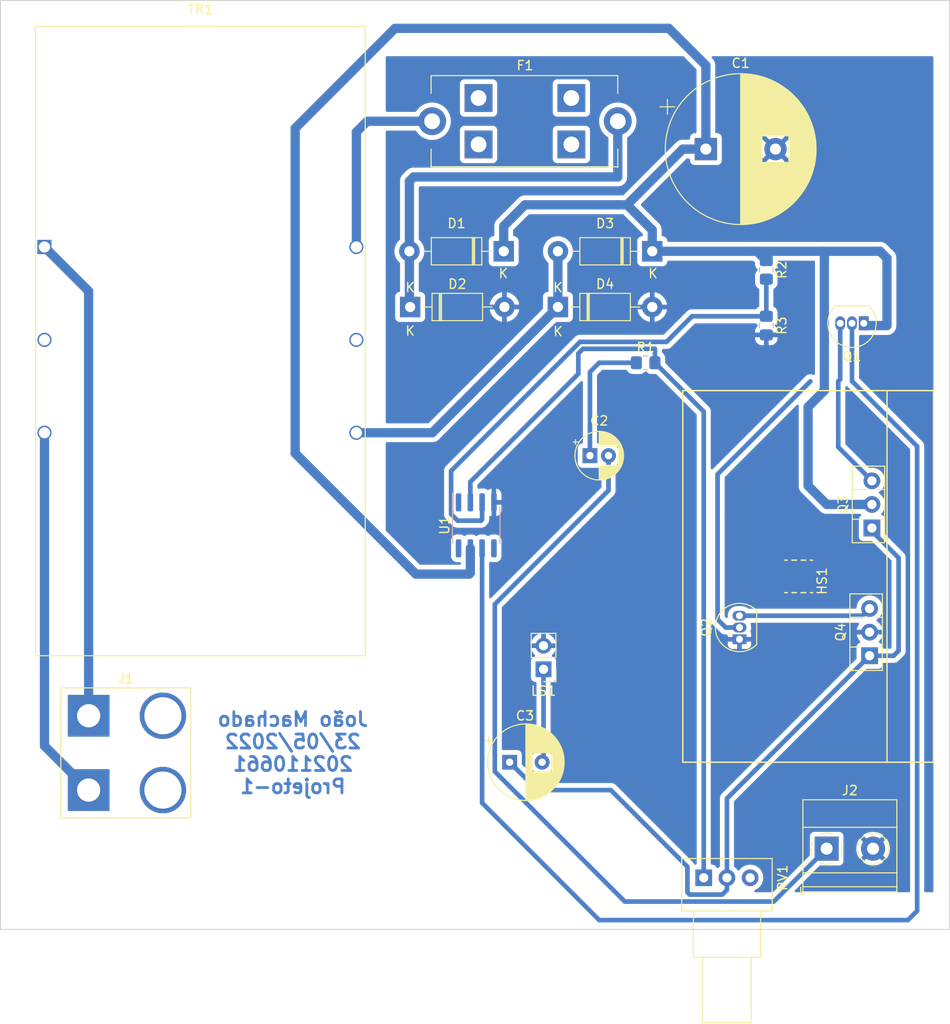
<source format=kicad_pcb>
(kicad_pcb (version 20211014) (generator pcbnew)
  (layers (0 "F.Cu" signal) (31 "B.Cu" signal) (37 "F.SilkS" user "F.Silkscreen") (44 "Edge.Cuts" user))
  (net 0 "")
  (net 1 "/INPUT_PWR")
  (net 2 "GND")
  (net 3 "Net-(C2-Pad1)")
  (net 4 "Net-(C2-Pad2)")
  (net 5 "Net-(C3-Pad1)")
  (net 6 "Net-(C3-Pad2)")
  (net 7 "Net-(D1-Pad2)")
  (net 8 "Net-(D3-Pad2)")
  (net 9 "Net-(F1-Pad1)")
  (net 10 "Net-(J1-Pad1)")
  (net 11 "Net-(J1-Pad2)")
  (net 12 "Net-(Q1-Pad2)")
  (net 13 "Net-(Q1-Pad3)")
  (net 14 "Net-(Q2-Pad3)")
  (net 15 "Net-(R1-Pad1)")
  (net 16 "Net-(R2-Pad1)")
  (footprint "Capacitor_THT:CP_Radial_D8.0mm_P3.50mm" (layer "F.Cu") (at 156.347349 129)
    (fp_text reference "C3" (at 1.652651 -5) (layer "F.SilkS"))
    (fp_text value "1m")
    (pad "1" thru_hole rect (at 0 0) (size 1.6 1.6) (drill 0.8) (layers *.Cu *.Mask) (net 5 "Net-(C3-Pad1)"))
    (pad "2" thru_hole circle (at 3.5 0) (size 1.6 1.6) (drill 0.8) (layers *.Cu *.Mask) (net 6 "Net-(C3-Pad2)"))
  )
  (footprint "Package_TO_SOT_THT:TO-92_Inline" (layer "F.Cu") (at 181.11 115.77 90)
    (fp_text reference "Q2" (at 1.27 -3.56 90) (layer "F.SilkS"))
    (fp_text value "BC556")
    (pad "1" thru_hole rect (at 0 0 90) (size 1.05 1.5) (drill 0.75) (layers *.Cu *.Mask) (net 2 "GND"))
    (pad "2" thru_hole oval (at 1.27 0 90) (size 1.05 1.5) (drill 0.75) (layers *.Cu *.Mask) (net 12 "Net-(Q1-Pad2)"))
    (pad "3" thru_hole oval (at 2.54 0 90) (size 1.05 1.5) (drill 0.75) (layers *.Cu *.Mask) (net 14 "Net-(Q2-Pad3)"))
  )
  (footprint "Capacitor_THT:CP_Radial_D5.0mm_P2.00mm" (layer "F.Cu") (at 165 96)
    (fp_text reference "C2" (at 1 -3.75) (layer "F.SilkS"))
    (fp_text value "2.2u")
    (pad "1" thru_hole rect (at 0 0) (size 1.6 1.6) (drill 0.8) (layers *.Cu *.Mask) (net 3 "Net-(C2-Pad1)"))
    (pad "2" thru_hole circle (at 2 0) (size 1.6 1.6) (drill 0.8) (layers *.Cu *.Mask) (net 4 "Net-(C2-Pad2)"))
  )
  (footprint "Projeto1:Fuseholder_" (layer "F.Cu") (at 148 60)
    (fp_text reference "F1" (at 10 -6) (layer "F.SilkS"))
    (fp_text value "Fuse_")
    (pad "" np_thru_hole rect (at 5 2.5) (size 3 3) (drill 1.7) (layers F&B.Cu *.Mask))
    (pad "" np_thru_hole rect (at 15 2.5) (size 3 3) (drill 1.7) (layers F&B.Cu *.Mask))
    (pad "" np_thru_hole rect (at 15 -2.5) (size 3 3) (drill 1.7) (layers F&B.Cu *.Mask))
    (pad "" np_thru_hole rect (at 5 -2.5) (size 3 3) (drill 1.7) (layers F&B.Cu *.Mask))
    (pad "1" thru_hole circle (at 0 0) (size 3 3) (drill 1.7) (layers *.Cu *.Mask) (net 9 "Net-(F1-Pad1)"))
    (pad "2" thru_hole circle (at 20 0) (size 3 3) (drill 1.7) (layers *.Cu *.Mask) (net 7 "Net-(D1-Pad2)"))
  )
  (footprint "Projeto1:Heatsink_" (layer "F.Cu") (at 184 109 -90)
    (fp_text reference "HS1" (at 0.5 -6 90) (layer "F.SilkS"))
    (fp_text value "Heatsink")
  )
  (footprint "Package_TO_SOT_THT:TO-126-3_Vertical" (layer "F.Cu") (at 195.125 117.54 90)
    (fp_text reference "Q4" (at 2.54 -3.12 90) (layer "F.SilkS"))
    (fp_text value "BD136")
    (pad "1" thru_hole rect (at 0 0 90) (size 1.8 1.8) (drill 1) (layers *.Cu *.Mask) (net 5 "Net-(C3-Pad1)"))
    (pad "2" thru_hole oval (at 2.54 0 90) (size 1.8 1.8) (drill 1) (layers *.Cu *.Mask) (net 2 "GND"))
    (pad "3" thru_hole oval (at 5.08 0 90) (size 1.8 1.8) (drill 1) (layers *.Cu *.Mask) (net 14 "Net-(Q2-Pad3)"))
  )
  (footprint "Diode_THT:D_DO-41_SOD81_P10.16mm_Horizontal" (layer "F.Cu") (at 155.711738 74 180)
    (fp_text reference "D1" (at 5.08 3) (layer "F.SilkS"))
    (fp_text value "1N4007")
    (fp_text user "K" (at 10.076025 -8.578033) (layer "F.SilkS"))
    (fp_text user "K" (at 0.038222 -2.38891) (layer "F.SilkS"))
    (pad "1" thru_hole rect (at 0 0 180) (size 2.2 2.2) (drill 1.1) (layers *.Cu *.Mask) (net 1 "/INPUT_PWR"))
    (pad "2" thru_hole oval (at 10.16 0 180) (size 2.2 2.2) (drill 1.1) (layers *.Cu *.Mask) (net 7 "Net-(D1-Pad2)"))
  )
  (footprint "Diode_THT:D_DO-41_SOD81_P10.16mm_Horizontal" (layer "F.Cu") (at 171.711738 74 180)
    (fp_text reference "D3" (at 5.08 3) (layer "F.SilkS"))
    (fp_text value "1N4007")
    (fp_text user "K" (at -0.079262 -2.38891) (layer "F.SilkS"))
    (fp_text user "K" (at 10.149507 -8.635323) (layer "F.SilkS"))
    (pad "1" thru_hole rect (at 0 0 180) (size 2.2 2.2) (drill 1.1) (layers *.Cu *.Mask) (net 1 "/INPUT_PWR"))
    (pad "2" thru_hole oval (at 10.16 0 180) (size 2.2 2.2) (drill 1.1) (layers *.Cu *.Mask) (net 8 "Net-(D3-Pad2)"))
  )
  (footprint "Diode_THT:D_DO-41_SOD81_P10.16mm_Horizontal" (layer "F.Cu") (at 145.631738 80)
    (fp_text reference "D2" (at 5.08 -2.47) (layer "F.SilkS"))
    (fp_text value "1N4007")
    (fp_text user "K" (at 0 -2.1) (layer "F.SilkS"))
    (pad "1" thru_hole rect (at 0 0) (size 2.2 2.2) (drill 1.1) (layers *.Cu *.Mask) (net 7 "Net-(D1-Pad2)"))
    (pad "2" thru_hole oval (at 10.16 0) (size 2.2 2.2) (drill 1.1) (layers *.Cu *.Mask) (net 2 "GND"))
  )
  (footprint "Connector_PinHeader_2.54mm:PinHeader_1x02_P2.54mm_Vertical" (layer "F.Cu") (at 160 119 180)
    (fp_text reference "LS1" (at 0 -2.33) (layer "F.SilkS"))
    (fp_text value "Speaker")
    (pad "1" thru_hole rect (at 0 0 180) (size 1.7 1.7) (drill 1) (layers *.Cu *.Mask) (net 6 "Net-(C3-Pad2)"))
    (pad "2" thru_hole oval (at 0 2.54 180) (size 1.7 1.7) (drill 1) (layers *.Cu *.Mask) (net 2 "GND"))
  )
  (footprint "TerminalBlock_Phoenix:TerminalBlock_Phoenix_MKDS-1,5-2_1x02_P5.00mm_Horizontal" (layer "F.Cu") (at 190.5 138.305)
    (fp_text reference "J2" (at 2.5 -6.26) (layer "F.SilkS"))
    (fp_text value "Conn_01x02_Male")
    (pad "1" thru_hole rect (at 0 0) (size 2.6 2.6) (drill 1.3) (layers *.Cu *.Mask) (net 4 "Net-(C2-Pad2)"))
    (pad "2" thru_hole circle (at 5 0) (size 2.6 2.6) (drill 1.3) (layers *.Cu *.Mask) (net 2 "GND"))
  )
  (footprint "Package_TO_SOT_THT:TO-126-3_Vertical" (layer "F.Cu") (at 195.375 103.79 90)
    (fp_text reference "Q3" (at 2.54 -3.12 90) (layer "F.SilkS"))
    (fp_text value "BD135")
    (pad "1" thru_hole rect (at 0 0 90) (size 1.8 1.8) (drill 1) (layers *.Cu *.Mask) (net 5 "Net-(C3-Pad1)"))
    (pad "2" thru_hole oval (at 2.54 0 90) (size 1.8 1.8) (drill 1) (layers *.Cu *.Mask) (net 1 "/INPUT_PWR"))
    (pad "3" thru_hole oval (at 5.08 0 90) (size 1.8 1.8) (drill 1) (layers *.Cu *.Mask) (net 13 "Net-(Q1-Pad3)"))
  )
  (footprint "Capacitor_THT:CP_Radial_D16.0mm_P7.50mm" (layer "F.Cu") (at 177.487246 63)
    (fp_text reference "C1" (at 3.75 -9.25) (layer "F.SilkS"))
    (fp_text value "2.2m")
    (pad "1" thru_hole rect (at 0 0) (size 2.4 2.4) (drill 1.2) (layers *.Cu *.Mask) (net 1 "/INPUT_PWR"))
    (pad "2" thru_hole circle (at 7.5 0) (size 2.4 2.4) (drill 1.2) (layers *.Cu *.Mask) (net 2 "GND"))
  )
  (footprint "Diode_THT:D_DO-41_SOD81_P10.16mm_Horizontal" (layer "F.Cu") (at 161.551738 80)
    (fp_text reference "D4" (at 5.08 -2.47) (layer "F.SilkS"))
    (fp_text value "1N4007")
    (fp_text user "K" (at 0 -2.1) (layer "F.SilkS"))
    (pad "1" thru_hole rect (at 0 0) (size 2.2 2.2) (drill 1.1) (layers *.Cu *.Mask) (net 8 "Net-(D3-Pad2)"))
    (pad "2" thru_hole oval (at 10.16 0) (size 2.2 2.2) (drill 1.1) (layers *.Cu *.Mask) (net 2 "GND"))
  )
  (footprint "Package_TO_SOT_THT:TO-92_Inline" (layer "F.Cu") (at 194.5 81.75 180)
    (fp_text reference "Q1" (at 1.27 -3.56) (layer "F.SilkS"))
    (fp_text value "BC548")
    (pad "1" thru_hole rect (at 0 0 180) (size 1.05 1.5) (drill 0.75) (layers *.Cu *.Mask) (net 1 "/INPUT_PWR"))
    (pad "2" thru_hole oval (at 1.27 0 180) (size 1.05 1.5) (drill 0.75) (layers *.Cu *.Mask) (net 12 "Net-(Q1-Pad2)"))
    (pad "3" thru_hole oval (at 2.54 0 180) (size 1.05 1.5) (drill 0.75) (layers *.Cu *.Mask) (net 13 "Net-(Q1-Pad3)"))
  )
  (footprint "Projeto1:Input_" (layer "F.Cu") (at 115 128)
    (fp_text reference "J1" (at 0 -8 unlocked) (layer "F.SilkS"))
    (fp_text value "Entrada_Alimentação")
    (pad "" np_thru_hole circle (at 4 -4) (size 5 5) (drill 4) (layers F&B.Cu *.Mask))
    (pad "" np_thru_hole circle (at 4 4) (size 5 5) (drill 4) (layers F&B.Cu *.Mask))
    (pad "1" thru_hole rect (at -4 -4) (size 4.5 4.5) (drill 2.5) (layers *.Cu *.Mask) (net 10 "Net-(J1-Pad1)"))
    (pad "2" thru_hole rect (at -4 4) (size 4.5 4.5) (drill 2.5) (layers *.Cu *.Mask) (net 11 "Net-(J1-Pad2)"))
  )
  (footprint "Projeto1:Transformer_" (layer "F.Cu") (at 123.040509 83.535)
    (fp_text reference "TR1" (at 0 -35.56) (layer "F.SilkS"))
    (fp_text value "Transformer_")
    (pad "" np_thru_hole oval (at 0 -31 180) (size 3.4 5) (drill oval 3.4 5) (layers F&B.Cu *.Mask))
    (pad "" np_thru_hole oval (at 0 31 180) (size 3.4 5) (drill oval 3.4 5) (layers F&B.Cu *.Mask))
    (pad "1" thru_hole rect (at -16.8 -10) (size 1.52 1.52) (drill 1.2) (layers *.Cu *.Mask) (net 10 "Net-(J1-Pad1)"))
    (pad "2" thru_hole circle (at -16.8 0) (size 1.52 1.52) (drill 1.2) (layers *.Cu *.Mask))
    (pad "3" thru_hole circle (at -16.8 10) (size 1.52 1.52) (drill 1.2) (layers *.Cu *.Mask) (net 11 "Net-(J1-Pad2)"))
    (pad "4" thru_hole circle (at 16.8 10) (size 1.52 1.52) (drill 1.2) (layers *.Cu *.Mask) (net 8 "Net-(D3-Pad2)"))
    (pad "5" thru_hole circle (at 16.8 0) (size 1.52 1.52) (drill 1.2) (layers *.Cu *.Mask))
    (pad "6" thru_hole circle (at 16.8 -10) (size 1.52 1.52) (drill 1.2) (layers *.Cu *.Mask) (net 9 "Net-(F1-Pad1)"))
  )
  (footprint "Potentiometer_THT:Potentiometer_Alps_RK09Y11_Single_Horizontal" (layer "F.Cu") (at 177.257803 141.441035 90)
    (fp_text reference "RV1" (at 0 8.5 90) (layer "F.SilkS"))
    (fp_text value "200k")
    (pad "1" thru_hole rect (at 0 0 270) (size 1.8 1.8) (drill 1) (layers *.Cu *.Mask) (net 15 "Net-(R1-Pad1)"))
    (pad "2" thru_hole circle (at 0 2.5 270) (size 1.8 1.8) (drill 1) (layers *.Cu *.Mask) (net 5 "Net-(C3-Pad1)"))
    (pad "3" thru_hole circle (at 0 5 270) (size 1.8 1.8) (drill 1) (layers *.Cu *.Mask))
  )
  (footprint "Package_SO:SOIC-8_3.9x4.9mm_P1.27mm" (layer "B.Cu") (at 152.75 103.5 -90)
    (fp_text reference "U1" (at 0 3.4 90) (layer "F.SilkS"))
    (fp_text value "TL071")
    (pad "1" smd roundrect (at -2.475 1.905 270) (size 1.95 0.6) (layers "B.Cu" "B.Paste" "B.Mask"))
    (pad "2" smd roundrect (at -2.475 0.635 270) (size 1.95 0.6) (layers "B.Cu" "B.Paste" "B.Mask") (net 15 "Net-(R1-Pad1)"))
    (pad "3" smd roundrect (at -2.475 -0.635 270) (size 1.95 0.6) (layers "B.Cu" "B.Paste" "B.Mask") (net 16 "Net-(R2-Pad1)"))
    (pad "4" smd roundrect (at -2.475 -1.905 270) (size 1.95 0.6) (layers "B.Cu" "B.Paste" "B.Mask") (net 2 "GND"))
    (pad "5" smd roundrect (at 2.475 -1.905 270) (size 1.95 0.6) (layers "B.Cu" "B.Paste" "B.Mask"))
    (pad "6" smd roundrect (at 2.475 -0.635 270) (size 1.95 0.6) (layers "B.Cu" "B.Paste" "B.Mask") (net 12 "Net-(Q1-Pad2)"))
    (pad "7" smd roundrect (at 2.475 0.635 270) (size 1.95 0.6) (layers "B.Cu" "B.Paste" "B.Mask") (net 1 "/INPUT_PWR"))
    (pad "8" smd roundrect (at 2.475 1.905 270) (size 1.95 0.6) (layers "B.Cu" "B.Paste" "B.Mask"))
  )
  (footprint "Resistor_SMD:R_0805_2012Metric_Pad1.20x1.40mm_HandSolder" (layer "B.Cu") (at 184 76 90)
    (fp_text reference "R2" (at 0 1.65 90) (layer "F.SilkS"))
    (fp_text value "10k")
    (pad "1" smd roundrect (at -1 0 90) (size 1.2 1.4) (layers "B.Cu" "B.Paste" "B.Mask") (roundrect_rratio 0.2083333333) (net 16 "Net-(R2-Pad1)"))
    (pad "2" smd roundrect (at 1 0 90) (size 1.2 1.4) (layers "B.Cu" "B.Paste" "B.Mask") (roundrect_rratio 0.2083333333) (net 1 "/INPUT_PWR"))
  )
  (footprint "Resistor_SMD:R_0805_2012Metric_Pad1.20x1.40mm_HandSolder" (layer "B.Cu") (at 184 82 90)
    (fp_text reference "R3" (at 0 1.65 90) (layer "F.SilkS"))
    (fp_text value "10k")
    (pad "1" smd roundrect (at -1 0 90) (size 1.2 1.4) (layers "B.Cu" "B.Paste" "B.Mask") (roundrect_rratio 0.2083333333) (net 2 "GND"))
    (pad "2" smd roundrect (at 1 0 90) (size 1.2 1.4) (layers "B.Cu" "B.Paste" "B.Mask") (roundrect_rratio 0.2083333333) (net 16 "Net-(R2-Pad1)"))
  )
  (footprint "Resistor_SMD:R_0805_2012Metric_Pad1.20x1.40mm_HandSolder" (layer "B.Cu") (at 171 86 180)
    (fp_text reference "R1" (at 0 1.65) (layer "F.SilkS"))
    (fp_text value "1k")
    (pad "1" smd roundrect (at -1 0 180) (size 1.2 1.4) (layers "B.Cu" "B.Paste" "B.Mask") (roundrect_rratio 0.2083333333) (net 15 "Net-(R1-Pad1)"))
    (pad "2" smd roundrect (at 1 0 180) (size 1.2 1.4) (layers "B.Cu" "B.Paste" "B.Mask") (roundrect_rratio 0.2083333333) (net 3 "Net-(C2-Pad1)"))
  )
  (gr_rect (start 101.5 47) (end 203.75 147) (layer "Edge.Cuts") (width 0.1) (fill none))
  (gr_text "João Machado\n23/05/2022\n202110661\nProjeto-1" (at 133 128) (layer "B.Cu") (effects (font (size 1.5 1.5) (thickness 0.3)) (justify mirror)))
  (segment (start 155.711738 71.288262) (end 155.711738 74) (width 1) (layer "B.Cu") (net 1))
  (segment (start 188.5 99.25) (end 188.5 90.75) (width 1) (layer "B.Cu") (net 1))
  (segment (start 146.25 108.75) (end 152 108.75) (width 1) (layer "B.Cu") (net 1))
  (segment (start 158 69) (end 155.711738 71.288262) (width 1) (layer "B.Cu") (net 1))
  (segment (start 194.75 82) (end 194.50452 81.75452) (width 1) (layer "B.Cu") (net 1))
  (segment (start 177.487246 63) (end 175 63) (width 1) (layer "B.Cu") (net 1))
  (segment (start 133.25 60.75) (end 133.25 95.75) (width 1) (layer "B.Cu") (net 1))
  (segment (start 194.50452 81.75452) (end 194.50452 81.75) (width 1) (layer "B.Cu") (net 1))
  (segment (start 197 82) (end 194.75 82) (width 1) (layer "B.Cu") (net 1))
  (segment (start 190.25 74.25) (end 190 74) (width 1) (layer "B.Cu") (net 1))
  (segment (start 183 74) (end 190 74) (width 1) (layer "B.Cu") (net 1))
  (segment (start 196.25 74) (end 197 74.75) (width 1) (layer "B.Cu") (net 1))
  (segment (start 177.487246 53.987246) (end 173.5 50) (width 1) (layer "B.Cu") (net 1))
  (segment (start 168 69) (end 158 69) (width 1) (layer "B.Cu") (net 1))
  (segment (start 190.25 89) (end 190.25 74.25) (width 1) (layer "B.Cu") (net 1))
  (segment (start 195.375 101.25) (end 190.5 101.25) (width 1) (layer "B.Cu") (net 1))
  (segment (start 188.5 90.75) (end 190.25 89) (width 1) (layer "B.Cu") (net 1))
  (segment (start 173.5 50) (end 144 50) (width 1) (layer "B.Cu") (net 1))
  (segment (start 190 74) (end 196.25 74) (width 1) (layer "B.Cu") (net 1))
  (segment (start 171.711738 71.711738) (end 169 69) (width 1) (layer "B.Cu") (net 1))
  (segment (start 190.5 101.25) (end 188.5 99.25) (width 1) (layer "B.Cu") (net 1))
  (segment (start 152 108.75) (end 152.115 108.635) (width 1) (layer "B.Cu") (net 1))
  (segment (start 175 63) (end 169 69) (width 1) (layer "B.Cu") (net 1))
  (segment (start 182.5 74) (end 171.711738 74) (width 1) (layer "B.Cu") (net 1))
  (segment (start 183 74) (end 182.5 74) (width 1) (layer "B.Cu") (net 1))
  (segment (start 184 75) (end 183 74) (width 1) (layer "B.Cu") (net 1))
  (segment (start 152.115 108.635) (end 152.115 105.975) (width 1) (layer "B.Cu") (net 1))
  (segment (start 133.25 95.75) (end 146.25 108.75) (width 1) (layer "B.Cu") (net 1))
  (segment (start 197 74.75) (end 197 82) (width 1) (layer "B.Cu") (net 1))
  (segment (start 169 69) (end 168 69) (width 1) (layer "B.Cu") (net 1))
  (segment (start 171.711738 74) (end 171.711738 71.711738) (width 1) (layer "B.Cu") (net 1))
  (segment (start 177.487246 63) (end 177.487246 53.987246) (width 1) (layer "B.Cu") (net 1))
  (segment (start 144 50) (end 133.25 60.75) (width 1) (layer "B.Cu") (net 1))
  (segment (start 165 87) (end 165 96) (width 0.5) (layer "B.Cu") (net 3))
  (segment (start 170 86) (end 166 86) (width 0.5) (layer "B.Cu") (net 3))
  (segment (start 166 86) (end 165 87) (width 0.5) (layer "B.Cu") (net 3))
  (segment (start 154.75 130.001673) (end 154.75 112) (width 0.5) (layer "B.Cu") (net 4))
  (segment (start 154.75 112) (end 167 99.75) (width 0.5) (layer "B.Cu") (net 4))
  (segment (start 190.5 138.305) (end 184.80548 143.99952) (width 0.5) (layer "B.Cu") (net 4))
  (segment (start 168.747847 143.99952) (end 154.75 130.001673) (width 0.5) (layer "B.Cu") (net 4))
  (segment (start 184.80548 143.99952) (end 168.747847 143.99952) (width 0.5) (layer "B.Cu") (net 4))
  (segment (start 167 99.75) (end 167 96) (width 0.5) (layer "B.Cu") (net 4))
  (segment (start 198.25 117) (end 197.71 117.54) (width 0.5) (layer "B.Cu") (net 5))
  (segment (start 197.71 117.54) (end 195.125 117.54) (width 0.5) (layer "B.Cu") (net 5))
  (segment (start 175.5 143) (end 175.75 143.25) (width 0.5) (layer "B.Cu") (net 5))
  (segment (start 179.25 143.25) (end 179.757803 142.742197) (width 0.5) (layer "B.Cu") (net 5))
  (segment (start 175.75 143.25) (end 179.25 143.25) (width 0.5) (layer "B.Cu") (net 5))
  (segment (start 167.25 132) (end 175.5 140.25) (width 0.5) (layer "B.Cu") (net 5))
  (segment (start 159.347349 132) (end 167.25 132) (width 0.5) (layer "B.Cu") (net 5))
  (segment (start 198.25 107) (end 198.25 117) (width 0.5) (layer "B.Cu") (net 5))
  (segment (start 195.375 104.125) (end 198.25 107) (width 0.5) (layer "B.Cu") (net 5))
  (segment (start 195.375 103.79) (end 195.375 104.125) (width 0.5) (layer "B.Cu") (net 5))
  (segment (start 156.347349 129) (end 159.347349 132) (width 0.5) (layer "B.Cu") (net 5))
  (segment (start 179.757803 142.742197) (end 179.757803 141.441035) (width 0.5) (layer "B.Cu") (net 5))
  (segment (start 179.757803 141.441035) (end 179.757803 132.907197) (width 0.5) (layer "B.Cu") (net 5))
  (segment (start 175.5 140.25) (end 175.5 143) (width 0.5) (layer "B.Cu") (net 5))
  (segment (start 179.757803 132.907197) (end 195.125 117.54) (width 0.5) (layer "B.Cu") (net 5))
  (segment (start 160 119) (end 160 128.847349) (width 0.5) (layer "B.Cu") (net 6))
  (segment (start 160 128.847349) (end 159.847349 129) (width 0.5) (layer "B.Cu") (net 6))
  (segment (start 145.551738 74) (end 145.551738 79.92) (width 1) (layer "B.Cu") (net 7))
  (segment (start 146 66) (end 145.551738 66.448262) (width 1) (layer "B.Cu") (net 7))
  (segment (start 168 60) (end 168 66) (width 1) (layer "B.Cu") (net 7))
  (segment (start 168 66) (end 146 66) (width 1) (layer "B.Cu") (net 7))
  (segment (start 145.551738 66.448262) (end 145.551738 74) (width 1) (layer "B.Cu") (net 7))
  (segment (start 145.551738 79.92) (end 145.631738 80) (width 1) (layer "B.Cu") (net 7))
  (segment (start 161.551738 74) (end 161.551738 80) (width 1) (layer "B.Cu") (net 8))
  (segment (start 139.840509 93.535) (end 148.016738 93.535) (width 1) (layer "B.Cu") (net 8))
  (segment (start 148.016738 93.535) (end 161.551738 80) (width 1) (layer "B.Cu") (net 8))
  (segment (start 139.840509 61.159491) (end 141 60) (width 1) (layer "B.Cu") (net 9))
  (segment (start 141 60) (end 148 60) (width 1) (layer "B.Cu") (net 9))
  (segment (start 139.840509 73.535) (end 139.840509 61.159491) (width 1) (layer "B.Cu") (net 9))
  (segment (start 111 124) (end 111 78.294491) (width 1) (layer "B.Cu") (net 10))
  (segment (start 111 78.294491) (end 106.240509 73.535) (width 1) (layer "B.Cu") (net 10))
  (segment (start 111 132) (end 106.240509 127.240509) (width 1) (layer "B.Cu") (net 11))
  (segment (start 106.240509 127.240509) (end 106.240509 93.535) (width 1) (layer "B.Cu") (net 11))
  (segment (start 193.23 81.75) (end 193.23 87.98) (width 0.5) (layer "B.Cu") (net 12))
  (segment (start 153.385 133.385) (end 153.385 105.975) (width 0.5) (layer "B.Cu") (net 12))
  (segment (start 179.625 114.5) (end 181.11 114.5) (width 0.5) (layer "B.Cu") (net 12))
  (segment (start 178.75 98) (end 188.75 88) (width 0.5) (layer "B.Cu") (net 12))
  (segment (start 166 146) (end 153.385 133.385) (width 0.5) (layer "B.Cu") (net 12))
  (segment (start 193.23 87.98) (end 200.25 95) (width 0.5) (layer "B.Cu") (net 12))
  (segment (start 200.25 95) (end 200.25 145) (width 0.5) (layer "B.Cu") (net 12))
  (segment (start 178.75 113.625) (end 179.625 114.5) (width 0.5) (layer "B.Cu") (net 12))
  (segment (start 200.25 145) (end 199.25 146) (width 0.5) (layer "B.Cu") (net 12))
  (segment (start 178.75 102.5) (end 178.75 113.625) (width 0.5) (layer "B.Cu") (net 12))
  (segment (start 199.25 146) (end 166 146) (width 0.5) (layer "B.Cu") (net 12))
  (segment (start 178.75 102.11) (end 178.75 102.5) (width 0.5) (layer "B.Cu") (net 12))
  (segment (start 178.75 98) (end 178.75 102.5) (width 0.5) (layer "B.Cu") (net 12))
  (segment (start 191.96 87.79) (end 191.96 81.75) (width 0.5) (layer "B.Cu") (net 13))
  (segment (start 195.375 98.71) (end 191.75 95.085) (width 0.5) (layer "B.Cu") (net 13))
  (segment (start 191.75 95.085) (end 191.75 88) (width 0.5) (layer "B.Cu") (net 13))
  (segment (start 191.75 88) (end 191.96 87.79) (width 0.5) (layer "B.Cu") (net 13))
  (segment (start 181.11 113.23) (end 194.355 113.23) (width 0.5) (layer "B.Cu") (net 14))
  (segment (start 194.355 113.23) (end 195.125 112.46) (width 0.5) (layer "B.Cu") (net 14))
  (segment (start 172 84.5) (end 172 86) (width 0.5) (layer "B.Cu") (net 15))
  (segment (start 152.115 98.825018) (end 163.75 87.190018) (width 0.5) (layer "B.Cu") (net 15))
  (segment (start 152.115 101.025) (end 152.115 98.825018) (width 0.5) (layer "B.Cu") (net 15))
  (segment (start 163.75 87.190018) (end 163.75 85) (width 0.5) (layer "B.Cu") (net 15))
  (segment (start 164.25 84.5) (end 172 84.5) (width 0.5) (layer "B.Cu") (net 15))
  (segment (start 177.257803 91.257803) (end 172 86) (width 0.5) (layer "B.Cu") (net 15))
  (segment (start 177.257803 141.441035) (end 177.257803 91.257803) (width 0.5) (layer "B.Cu") (net 15))
  (segment (start 163.75 85) (end 164.25 84.5) (width 0.5) (layer "B.Cu") (net 15))
  (segment (start 153.25 103) (end 153.385 102.865) (width 0.5) (layer "B.Cu") (net 16))
  (segment (start 163.939538 83.75048) (end 150.04548 97.644538) (width 0.5) (layer "B.Cu") (net 16))
  (segment (start 150.75 103) (end 153.25 103) (width 0.5) (layer "B.Cu") (net 16))
  (segment (start 150.04548 102.29548) (end 150.75 103) (width 0.5) (layer "B.Cu") (net 16))
  (segment (start 176 81) (end 173.24952 83.75048) (width 0.5) (layer "B.Cu") (net 16))
  (segment (start 153.385 102.865) (end 153.385 101.025) (width 0.5) (layer "B.Cu") (net 16))
  (segment (start 184 81) (end 176 81) (width 0.5) (layer "B.Cu") (net 16))
  (segment (start 184 77) (end 184 81) (width 0.5) (layer "B.Cu") (net 16))
  (segment (start 150.04548 97.644538) (end 150.04548 102.29548) (width 0.5) (layer "B.Cu") (net 16))
  (segment (start 173.24952 83.75048) (end 163.939538 83.75048) (width 0.5) (layer "B.Cu") (net 16))
  (zone (net 2) (net_name "GND") (layer "B.Cu") (connect_pads (clearance 0.508)) (min_thickness 0.254) (fill yes (thermal_gap 0.508) (thermal_bridge_width 0.508))
    (polygon (pts (xy 202 143) (xy 143 143) (xy 143 53) (xy 202 53)))
  )
)
</source>
